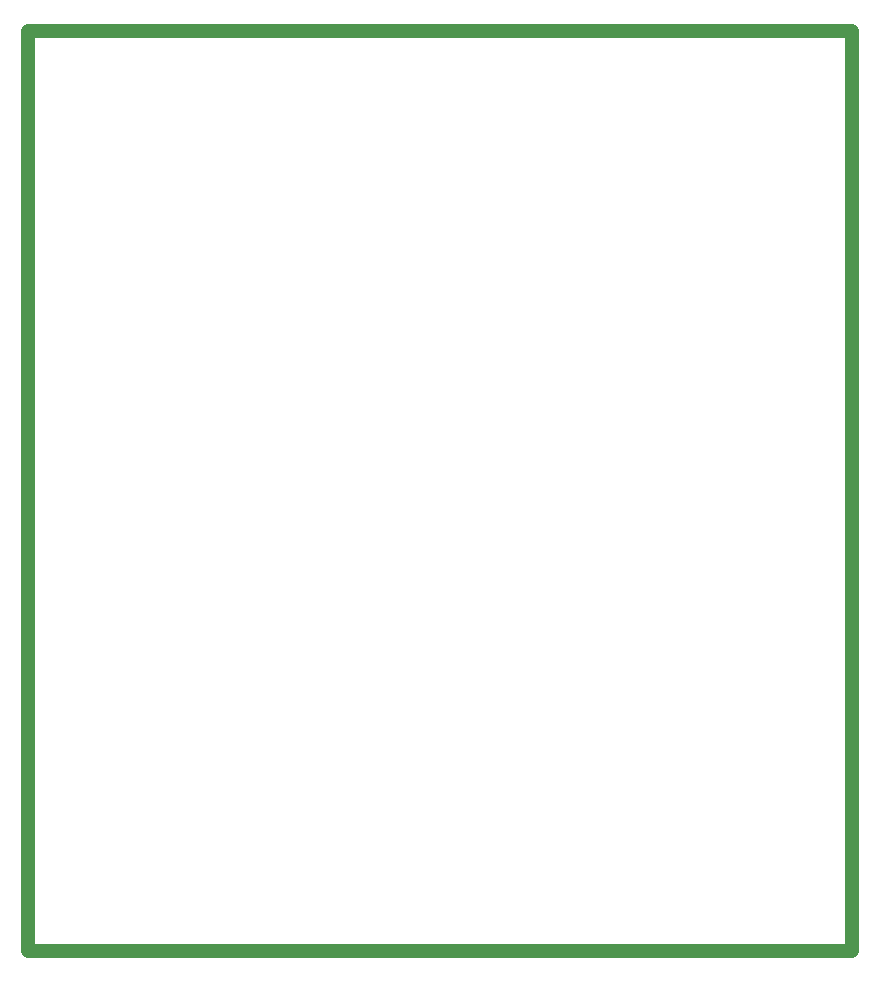
<source format=gm1>
G04*
G04 #@! TF.GenerationSoftware,Altium Limited,CircuitMaker,2.2.1 (2.2.1.6)*
G04*
G04 Layer_Color=16740166*
%FSLAX25Y25*%
%MOIN*%
G70*
G04*
G04 #@! TF.SameCoordinates,14122C10-9453-4DBA-84BC-A3BC323669C7*
G04*
G04*
G04 #@! TF.FilePolarity,Positive*
G04*
G01*
G75*
%ADD39C,0.04724*%
D39*
X2362Y2362D02*
Y309000D01*
X276862D01*
Y2362D02*
Y309000D01*
X2362Y2362D02*
X276862D01*
M02*

</source>
